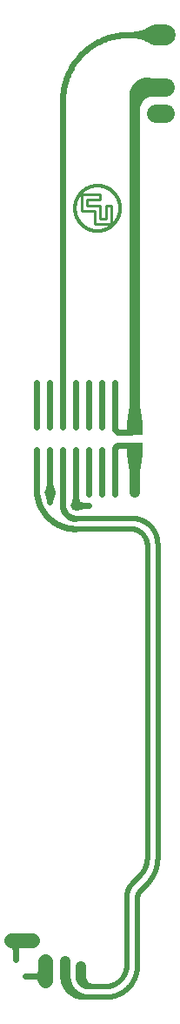
<source format=gbr>
G04 EAGLE Gerber RS-274X export*
G75*
%MOMM*%
%FSLAX34Y34*%
%LPD*%
%INTop Copper*%
%IPPOS*%
%AMOC8*
5,1,8,0,0,1.08239X$1,22.5*%
G01*
%ADD10C,0.304800*%
%ADD11R,1.500000X1.300000*%
%ADD12R,0.609600X2.286000*%
%ADD13C,0.500000*%
%ADD14C,1.000000*%
%ADD15C,0.609600*%
%ADD16C,1.800000*%
%ADD17C,2.000000*%
%ADD18C,1.000000*%
%ADD19C,1.800000*%
%ADD20C,2.000000*%
%ADD21C,1.400000*%
%ADD22C,0.203200*%
%ADD23C,0.254000*%


D10*
X79250Y781250D02*
X79257Y781790D01*
X79276Y782329D01*
X79310Y782868D01*
X79356Y783406D01*
X79415Y783943D01*
X79488Y784478D01*
X79574Y785011D01*
X79673Y785542D01*
X79785Y786070D01*
X79909Y786596D01*
X80047Y787118D01*
X80197Y787636D01*
X80360Y788151D01*
X80536Y788662D01*
X80724Y789168D01*
X80925Y789669D01*
X81137Y790165D01*
X81362Y790656D01*
X81599Y791141D01*
X81848Y791621D01*
X82108Y792094D01*
X82380Y792560D01*
X82663Y793020D01*
X82958Y793473D01*
X83263Y793918D01*
X83579Y794355D01*
X83906Y794785D01*
X84244Y795207D01*
X84591Y795620D01*
X84949Y796024D01*
X85317Y796420D01*
X85694Y796806D01*
X86080Y797183D01*
X86476Y797551D01*
X86880Y797909D01*
X87293Y798256D01*
X87715Y798594D01*
X88145Y798921D01*
X88582Y799237D01*
X89027Y799542D01*
X89480Y799837D01*
X89940Y800120D01*
X90406Y800392D01*
X90879Y800652D01*
X91359Y800901D01*
X91844Y801138D01*
X92335Y801363D01*
X92831Y801575D01*
X93332Y801776D01*
X93838Y801964D01*
X94349Y802140D01*
X94864Y802303D01*
X95382Y802453D01*
X95904Y802591D01*
X96430Y802715D01*
X96958Y802827D01*
X97489Y802926D01*
X98022Y803012D01*
X98557Y803085D01*
X99094Y803144D01*
X99632Y803190D01*
X100171Y803224D01*
X100710Y803243D01*
X101250Y803250D01*
X101790Y803243D01*
X102329Y803224D01*
X102868Y803190D01*
X103406Y803144D01*
X103943Y803085D01*
X104478Y803012D01*
X105011Y802926D01*
X105542Y802827D01*
X106070Y802715D01*
X106596Y802591D01*
X107118Y802453D01*
X107636Y802303D01*
X108151Y802140D01*
X108662Y801964D01*
X109168Y801776D01*
X109669Y801575D01*
X110165Y801363D01*
X110656Y801138D01*
X111141Y800901D01*
X111621Y800652D01*
X112094Y800392D01*
X112560Y800120D01*
X113020Y799837D01*
X113473Y799542D01*
X113918Y799237D01*
X114355Y798921D01*
X114785Y798594D01*
X115207Y798256D01*
X115620Y797909D01*
X116024Y797551D01*
X116420Y797183D01*
X116806Y796806D01*
X117183Y796420D01*
X117551Y796024D01*
X117909Y795620D01*
X118256Y795207D01*
X118594Y794785D01*
X118921Y794355D01*
X119237Y793918D01*
X119542Y793473D01*
X119837Y793020D01*
X120120Y792560D01*
X120392Y792094D01*
X120652Y791621D01*
X120901Y791141D01*
X121138Y790656D01*
X121363Y790165D01*
X121575Y789669D01*
X121776Y789168D01*
X121964Y788662D01*
X122140Y788151D01*
X122303Y787636D01*
X122453Y787118D01*
X122591Y786596D01*
X122715Y786070D01*
X122827Y785542D01*
X122926Y785011D01*
X123012Y784478D01*
X123085Y783943D01*
X123144Y783406D01*
X123190Y782868D01*
X123224Y782329D01*
X123243Y781790D01*
X123250Y781250D01*
X123243Y780710D01*
X123224Y780171D01*
X123190Y779632D01*
X123144Y779094D01*
X123085Y778557D01*
X123012Y778022D01*
X122926Y777489D01*
X122827Y776958D01*
X122715Y776430D01*
X122591Y775904D01*
X122453Y775382D01*
X122303Y774864D01*
X122140Y774349D01*
X121964Y773838D01*
X121776Y773332D01*
X121575Y772831D01*
X121363Y772335D01*
X121138Y771844D01*
X120901Y771359D01*
X120652Y770879D01*
X120392Y770406D01*
X120120Y769940D01*
X119837Y769480D01*
X119542Y769027D01*
X119237Y768582D01*
X118921Y768145D01*
X118594Y767715D01*
X118256Y767293D01*
X117909Y766880D01*
X117551Y766476D01*
X117183Y766080D01*
X116806Y765694D01*
X116420Y765317D01*
X116024Y764949D01*
X115620Y764591D01*
X115207Y764244D01*
X114785Y763906D01*
X114355Y763579D01*
X113918Y763263D01*
X113473Y762958D01*
X113020Y762663D01*
X112560Y762380D01*
X112094Y762108D01*
X111621Y761848D01*
X111141Y761599D01*
X110656Y761362D01*
X110165Y761137D01*
X109669Y760925D01*
X109168Y760724D01*
X108662Y760536D01*
X108151Y760360D01*
X107636Y760197D01*
X107118Y760047D01*
X106596Y759909D01*
X106070Y759785D01*
X105542Y759673D01*
X105011Y759574D01*
X104478Y759488D01*
X103943Y759415D01*
X103406Y759356D01*
X102868Y759310D01*
X102329Y759276D01*
X101790Y759257D01*
X101250Y759250D01*
X100710Y759257D01*
X100171Y759276D01*
X99632Y759310D01*
X99094Y759356D01*
X98557Y759415D01*
X98022Y759488D01*
X97489Y759574D01*
X96958Y759673D01*
X96430Y759785D01*
X95904Y759909D01*
X95382Y760047D01*
X94864Y760197D01*
X94349Y760360D01*
X93838Y760536D01*
X93332Y760724D01*
X92831Y760925D01*
X92335Y761137D01*
X91844Y761362D01*
X91359Y761599D01*
X90879Y761848D01*
X90406Y762108D01*
X89940Y762380D01*
X89480Y762663D01*
X89027Y762958D01*
X88582Y763263D01*
X88145Y763579D01*
X87715Y763906D01*
X87293Y764244D01*
X86880Y764591D01*
X86476Y764949D01*
X86080Y765317D01*
X85694Y765694D01*
X85317Y766080D01*
X84949Y766476D01*
X84591Y766880D01*
X84244Y767293D01*
X83906Y767715D01*
X83579Y768145D01*
X83263Y768582D01*
X82958Y769027D01*
X82663Y769480D01*
X82380Y769940D01*
X82108Y770406D01*
X81848Y770879D01*
X81599Y771359D01*
X81362Y771844D01*
X81137Y772335D01*
X80925Y772831D01*
X80724Y773332D01*
X80536Y773838D01*
X80360Y774349D01*
X80197Y774864D01*
X80047Y775382D01*
X79909Y775904D01*
X79785Y776430D01*
X79673Y776958D01*
X79574Y777489D01*
X79488Y778022D01*
X79415Y778557D01*
X79356Y779094D01*
X79310Y779632D01*
X79276Y780171D01*
X79257Y780710D01*
X79250Y781250D01*
D11*
X137500Y567000D03*
X137500Y548000D03*
D12*
X118100Y581630D03*
X105400Y581630D03*
X92700Y581630D03*
X80000Y581630D03*
X67300Y581630D03*
X54600Y581630D03*
X41900Y581630D03*
X41900Y533370D03*
X54600Y533370D03*
X67300Y533370D03*
X80000Y533370D03*
X92700Y533370D03*
X105400Y533370D03*
X118100Y533370D03*
D13*
X137500Y567000D02*
X137750Y567250D01*
D14*
X137500Y567000D02*
X137500Y885315D01*
X137504Y885651D01*
X137516Y885986D01*
X137536Y886321D01*
X137565Y886655D01*
X137601Y886989D01*
X137646Y887321D01*
X137698Y887653D01*
X137759Y887983D01*
X137827Y888311D01*
X137903Y888638D01*
X137988Y888963D01*
X138080Y889285D01*
X138180Y889606D01*
X138287Y889924D01*
X138402Y890239D01*
X138525Y890551D01*
X138655Y890860D01*
X138793Y891166D01*
X138938Y891469D01*
X139090Y891768D01*
X139250Y892063D01*
X139417Y892354D01*
X139590Y892641D01*
X139771Y892924D01*
X139958Y893203D01*
X140152Y893476D01*
X140352Y893745D01*
X140559Y894010D01*
X140772Y894269D01*
X140992Y894522D01*
X141217Y894771D01*
X141449Y895014D01*
X141686Y895251D01*
X141929Y895483D01*
X142178Y895708D01*
X142431Y895928D01*
X142690Y896141D01*
X142955Y896348D01*
X143224Y896548D01*
X143497Y896742D01*
X143776Y896929D01*
X144059Y897110D01*
X144346Y897283D01*
X144637Y897450D01*
X144932Y897610D01*
X145231Y897762D01*
X145534Y897907D01*
X145840Y898045D01*
X146149Y898175D01*
X146461Y898298D01*
X146776Y898413D01*
X147094Y898520D01*
X147415Y898620D01*
X147737Y898712D01*
X148062Y898797D01*
X148389Y898873D01*
X148717Y898941D01*
X149047Y899002D01*
X149379Y899054D01*
X149711Y899099D01*
X150045Y899135D01*
X150379Y899164D01*
X150714Y899184D01*
X151049Y899196D01*
X151385Y899200D01*
X167500Y899200D01*
D15*
X134125Y563625D02*
X122753Y563625D01*
X122618Y563627D01*
X122482Y563633D01*
X122347Y563643D01*
X122213Y563656D01*
X122079Y563674D01*
X121945Y563696D01*
X121812Y563721D01*
X121680Y563750D01*
X121549Y563784D01*
X121419Y563820D01*
X121289Y563861D01*
X121162Y563906D01*
X121035Y563954D01*
X120910Y564006D01*
X120787Y564061D01*
X120665Y564120D01*
X120545Y564182D01*
X120427Y564248D01*
X120310Y564318D01*
X120196Y564390D01*
X120084Y564466D01*
X119974Y564546D01*
X119867Y564628D01*
X119762Y564714D01*
X119660Y564802D01*
X119560Y564894D01*
X119463Y564988D01*
X119369Y565085D01*
X119277Y565185D01*
X119189Y565287D01*
X119103Y565392D01*
X119021Y565499D01*
X118941Y565609D01*
X118865Y565721D01*
X118793Y565835D01*
X118723Y565952D01*
X118657Y566070D01*
X118595Y566190D01*
X118536Y566312D01*
X118481Y566435D01*
X118429Y566560D01*
X118381Y566687D01*
X118336Y566814D01*
X118295Y566944D01*
X118259Y567074D01*
X118225Y567205D01*
X118196Y567337D01*
X118171Y567470D01*
X118149Y567604D01*
X118131Y567738D01*
X118118Y567872D01*
X118108Y568007D01*
X118102Y568143D01*
X118100Y568278D01*
X118100Y581630D01*
D13*
X134125Y563625D02*
X137500Y567000D01*
D16*
X167500Y899200D03*
D15*
X118100Y611630D02*
X118100Y581630D01*
X147500Y950000D02*
X167500Y950000D01*
X147500Y950000D02*
X143825Y950000D01*
X131200Y950000D01*
X129656Y949981D01*
X128113Y949925D01*
X126571Y949832D01*
X125033Y949702D01*
X123498Y949534D01*
X121967Y949329D01*
X120442Y949088D01*
X118923Y948810D01*
X117411Y948495D01*
X115908Y948143D01*
X114413Y947756D01*
X112928Y947332D01*
X111454Y946873D01*
X109991Y946378D01*
X108541Y945848D01*
X107104Y945283D01*
X105681Y944683D01*
X104272Y944049D01*
X102880Y943382D01*
X101504Y942681D01*
X100146Y941947D01*
X98805Y941180D01*
X97484Y940381D01*
X96182Y939550D01*
X94901Y938689D01*
X93641Y937796D01*
X92402Y936874D01*
X91187Y935921D01*
X89995Y934940D01*
X88826Y933930D01*
X87683Y932892D01*
X86565Y931827D01*
X85473Y930735D01*
X84408Y929617D01*
X83370Y928474D01*
X82360Y927305D01*
X81379Y926113D01*
X80426Y924898D01*
X79504Y923659D01*
X78611Y922399D01*
X77750Y921118D01*
X76919Y919816D01*
X76120Y918495D01*
X75353Y917154D01*
X74619Y915796D01*
X73918Y914420D01*
X73251Y913028D01*
X72617Y911619D01*
X72017Y910196D01*
X71452Y908759D01*
X70922Y907309D01*
X70427Y905846D01*
X69968Y904372D01*
X69544Y902887D01*
X69157Y901392D01*
X68805Y899889D01*
X68490Y898377D01*
X68212Y896858D01*
X67971Y895333D01*
X67766Y893802D01*
X67598Y892267D01*
X67468Y890729D01*
X67375Y889187D01*
X67319Y887644D01*
X67300Y886100D01*
X67300Y581630D01*
X167890Y949732D02*
X167500Y950000D01*
D17*
X167500Y950000D03*
D15*
X67300Y581630D02*
X67300Y568630D01*
X143825Y950000D02*
X161625Y956625D01*
X161625Y943375D02*
X143825Y950000D01*
X134125Y551375D02*
X122753Y551375D01*
X122618Y551373D01*
X122482Y551367D01*
X122347Y551357D01*
X122213Y551344D01*
X122079Y551326D01*
X121945Y551304D01*
X121812Y551279D01*
X121680Y551250D01*
X121549Y551216D01*
X121419Y551180D01*
X121289Y551139D01*
X121162Y551094D01*
X121035Y551046D01*
X120910Y550994D01*
X120787Y550939D01*
X120665Y550880D01*
X120545Y550818D01*
X120427Y550752D01*
X120310Y550682D01*
X120196Y550610D01*
X120084Y550534D01*
X119974Y550454D01*
X119867Y550372D01*
X119762Y550286D01*
X119660Y550198D01*
X119560Y550106D01*
X119463Y550012D01*
X119369Y549915D01*
X119277Y549815D01*
X119189Y549713D01*
X119103Y549608D01*
X119021Y549501D01*
X118941Y549391D01*
X118865Y549279D01*
X118793Y549165D01*
X118723Y549049D01*
X118657Y548930D01*
X118595Y548810D01*
X118536Y548688D01*
X118481Y548565D01*
X118429Y548440D01*
X118381Y548313D01*
X118336Y548186D01*
X118295Y548056D01*
X118259Y547926D01*
X118225Y547795D01*
X118196Y547663D01*
X118171Y547530D01*
X118149Y547396D01*
X118131Y547262D01*
X118118Y547128D01*
X118108Y546993D01*
X118102Y546857D01*
X118100Y546722D01*
X118100Y533370D01*
D13*
X134125Y551375D02*
X137500Y548000D01*
D14*
X137500Y513000D01*
D18*
X137500Y513000D03*
D16*
X167500Y873850D03*
D15*
X118100Y533370D02*
X118100Y503370D01*
D14*
X137500Y505400D02*
X137500Y513000D01*
D15*
X80000Y533370D02*
X80000Y492500D01*
D18*
X80000Y492500D03*
X50000Y50000D03*
D15*
X78115Y493008D02*
X80000Y500000D01*
X78115Y493008D02*
X80000Y492500D01*
X81885Y493008D02*
X80000Y500000D01*
X81885Y493008D02*
X80000Y492500D01*
X80000Y533370D02*
X80000Y546370D01*
X80000Y492500D02*
X92500Y492500D01*
X78115Y493008D02*
X80000Y500000D01*
X78115Y493008D02*
X80000Y492500D01*
X81885Y493008D02*
X80000Y500000D01*
X81885Y493008D02*
X80000Y492500D01*
X78115Y493008D02*
X80000Y500000D01*
X78115Y493008D02*
X80000Y492500D01*
X81885Y493008D02*
X80000Y500000D01*
X81885Y493008D02*
X80000Y492500D01*
X78115Y493008D02*
X80000Y500000D01*
X78115Y493008D02*
X80000Y492500D01*
X81885Y493008D02*
X80000Y500000D01*
X81885Y493008D02*
X80000Y492500D01*
X80508Y494385D02*
X87500Y492500D01*
X80508Y494385D02*
X80000Y492500D01*
X80508Y490615D02*
X87500Y492500D01*
X80508Y490615D02*
X80000Y492500D01*
X67300Y492700D02*
X67300Y533370D01*
X67300Y492700D02*
X67304Y492393D01*
X67315Y492086D01*
X67333Y491780D01*
X67359Y491474D01*
X67393Y491169D01*
X67433Y490865D01*
X67481Y490562D01*
X67537Y490260D01*
X67599Y489960D01*
X67669Y489661D01*
X67746Y489364D01*
X67830Y489068D01*
X67922Y488775D01*
X68020Y488485D01*
X68125Y488197D01*
X68238Y487911D01*
X68357Y487628D01*
X68483Y487348D01*
X68615Y487071D01*
X68755Y486798D01*
X68901Y486528D01*
X69053Y486262D01*
X69212Y485999D01*
X69377Y485740D01*
X69548Y485486D01*
X69725Y485235D01*
X69909Y484989D01*
X70098Y484747D01*
X70293Y484511D01*
X70494Y484278D01*
X70700Y484051D01*
X70912Y483829D01*
X71129Y483612D01*
X71351Y483400D01*
X71578Y483194D01*
X71811Y482993D01*
X72047Y482798D01*
X72289Y482609D01*
X72535Y482425D01*
X72786Y482248D01*
X73040Y482077D01*
X73299Y481912D01*
X73562Y481753D01*
X73828Y481601D01*
X74098Y481455D01*
X74371Y481315D01*
X74648Y481183D01*
X74928Y481057D01*
X75211Y480938D01*
X75497Y480825D01*
X75785Y480720D01*
X76075Y480622D01*
X76368Y480530D01*
X76664Y480446D01*
X76961Y480369D01*
X77260Y480299D01*
X77560Y480237D01*
X77862Y480181D01*
X78165Y480133D01*
X78469Y480093D01*
X78774Y480059D01*
X79080Y480033D01*
X79386Y480015D01*
X79693Y480004D01*
X80000Y480000D01*
D13*
X135000Y480000D01*
X135604Y479993D01*
X136208Y479971D01*
X136811Y479934D01*
X137413Y479883D01*
X138013Y479818D01*
X138612Y479738D01*
X139209Y479643D01*
X139803Y479534D01*
X140395Y479411D01*
X140983Y479274D01*
X141568Y479122D01*
X142149Y478956D01*
X142725Y478776D01*
X143298Y478583D01*
X143865Y478375D01*
X144427Y478154D01*
X144984Y477920D01*
X145535Y477672D01*
X146080Y477411D01*
X146618Y477136D01*
X147150Y476849D01*
X147674Y476549D01*
X148191Y476237D01*
X148700Y475912D01*
X149202Y475575D01*
X149695Y475225D01*
X150179Y474864D01*
X150655Y474492D01*
X151121Y474108D01*
X151578Y473713D01*
X152025Y473307D01*
X152463Y472890D01*
X152890Y472463D01*
X153307Y472025D01*
X153713Y471578D01*
X154108Y471121D01*
X154492Y470655D01*
X154864Y470179D01*
X155225Y469695D01*
X155575Y469202D01*
X155912Y468700D01*
X156237Y468191D01*
X156549Y467674D01*
X156849Y467150D01*
X157136Y466618D01*
X157411Y466080D01*
X157672Y465535D01*
X157920Y464984D01*
X158154Y464427D01*
X158375Y463865D01*
X158583Y463298D01*
X158776Y462725D01*
X158956Y462149D01*
X159122Y461568D01*
X159274Y460983D01*
X159411Y460395D01*
X159534Y459803D01*
X159643Y459209D01*
X159738Y458612D01*
X159818Y458013D01*
X159883Y457413D01*
X159934Y456811D01*
X159971Y456208D01*
X159993Y455604D01*
X160000Y455000D01*
X160000Y150000D01*
X159989Y149111D01*
X159956Y148223D01*
X159902Y147336D01*
X159826Y146451D01*
X159728Y145567D01*
X159608Y144686D01*
X159467Y143809D01*
X159304Y142935D01*
X159120Y142066D01*
X158915Y141201D01*
X158688Y140342D01*
X158441Y139488D01*
X158172Y138641D01*
X157883Y137800D01*
X157573Y136967D01*
X157243Y136142D01*
X156893Y135325D01*
X156523Y134517D01*
X156133Y133718D01*
X155724Y132929D01*
X155295Y132151D01*
X154848Y131383D01*
X154382Y130626D01*
X153897Y129881D01*
X153394Y129148D01*
X152874Y128428D01*
X152335Y127721D01*
X151780Y127027D01*
X151208Y126347D01*
X150619Y125681D01*
X150014Y125030D01*
X149393Y124394D01*
X149393Y124393D02*
X143536Y118536D01*
X143536Y118535D02*
X143329Y118323D01*
X143127Y118106D01*
X142931Y117884D01*
X142740Y117658D01*
X142555Y117426D01*
X142375Y117191D01*
X142202Y116951D01*
X142034Y116706D01*
X141873Y116458D01*
X141717Y116206D01*
X141568Y115950D01*
X141425Y115690D01*
X141289Y115427D01*
X141159Y115161D01*
X141036Y114892D01*
X140919Y114619D01*
X140809Y114344D01*
X140706Y114067D01*
X140609Y113786D01*
X140520Y113504D01*
X140437Y113219D01*
X140362Y112933D01*
X140293Y112645D01*
X140232Y112355D01*
X140178Y112064D01*
X140131Y111771D01*
X140091Y111478D01*
X140058Y111183D01*
X140033Y110888D01*
X140015Y110592D01*
X140004Y110296D01*
X140000Y110000D01*
X140000Y44747D01*
X139991Y44028D01*
X139965Y43310D01*
X139922Y42592D01*
X139861Y41876D01*
X139783Y41161D01*
X139688Y40449D01*
X139575Y39739D01*
X139446Y39032D01*
X139299Y38328D01*
X139136Y37628D01*
X138955Y36932D01*
X138758Y36241D01*
X138544Y35555D01*
X138314Y34874D01*
X138067Y34199D01*
X137804Y33530D01*
X137525Y32867D01*
X137230Y32212D01*
X136919Y31563D01*
X136593Y30923D01*
X136251Y30290D01*
X135894Y29666D01*
X135522Y29051D01*
X135135Y28445D01*
X134734Y27849D01*
X134319Y27262D01*
X133889Y26686D01*
X133446Y26120D01*
X132989Y25565D01*
X132519Y25021D01*
X132036Y24489D01*
X131540Y23968D01*
X131032Y23460D01*
X130511Y22964D01*
X129979Y22481D01*
X129435Y22011D01*
X128880Y21554D01*
X128314Y21111D01*
X127738Y20681D01*
X127151Y20266D01*
X126555Y19865D01*
X125949Y19478D01*
X125334Y19106D01*
X124710Y18749D01*
X124077Y18407D01*
X123437Y18081D01*
X122788Y17770D01*
X122133Y17475D01*
X121470Y17196D01*
X120801Y16933D01*
X120126Y16686D01*
X119445Y16456D01*
X118759Y16242D01*
X118068Y16045D01*
X117372Y15864D01*
X116672Y15701D01*
X115968Y15554D01*
X115261Y15425D01*
X114551Y15312D01*
X113839Y15217D01*
X113124Y15139D01*
X112408Y15078D01*
X111690Y15035D01*
X110972Y15009D01*
X110253Y15000D01*
X88109Y15000D01*
X87671Y15005D01*
X87234Y15021D01*
X86797Y15048D01*
X86361Y15085D01*
X85926Y15132D01*
X85492Y15190D01*
X85060Y15258D01*
X84630Y15337D01*
X84201Y15427D01*
X83775Y15526D01*
X83352Y15636D01*
X82931Y15756D01*
X82513Y15886D01*
X82098Y16027D01*
X81687Y16177D01*
X81280Y16337D01*
X80877Y16507D01*
X80478Y16686D01*
X80083Y16876D01*
X79693Y17074D01*
X79308Y17282D01*
X78928Y17500D01*
X78554Y17726D01*
X78185Y17961D01*
X77822Y18206D01*
X77465Y18459D01*
X77114Y18720D01*
X76769Y18990D01*
X76432Y19268D01*
X76101Y19554D01*
X75776Y19848D01*
X75460Y20150D01*
X75150Y20460D01*
X74848Y20776D01*
X74554Y21101D01*
X74268Y21432D01*
X73990Y21769D01*
X73720Y22114D01*
X73459Y22465D01*
X73206Y22822D01*
X72961Y23185D01*
X72726Y23554D01*
X72500Y23928D01*
X72282Y24308D01*
X72074Y24693D01*
X71876Y25083D01*
X71686Y25478D01*
X71507Y25877D01*
X71337Y26280D01*
X71177Y26687D01*
X71027Y27098D01*
X70886Y27513D01*
X70756Y27931D01*
X70636Y28352D01*
X70526Y28775D01*
X70427Y29201D01*
X70337Y29630D01*
X70258Y30060D01*
X70190Y30492D01*
X70132Y30926D01*
X70085Y31361D01*
X70048Y31797D01*
X70021Y32234D01*
X70005Y32671D01*
X70000Y33109D01*
X70000Y50000D01*
D18*
X70000Y50000D03*
D15*
X67300Y533370D02*
X67300Y546370D01*
D13*
X54600Y505400D02*
X55000Y505000D01*
D15*
X54600Y505400D02*
X54600Y533370D01*
D18*
X55000Y505000D03*
X36250Y70000D03*
D15*
X53091Y505407D02*
X54600Y512489D01*
X53091Y505407D02*
X55000Y505000D01*
X56855Y505608D02*
X54600Y512489D01*
X56855Y505608D02*
X55000Y505000D01*
X54600Y533370D02*
X54600Y546370D01*
X55000Y505000D02*
X55000Y496250D01*
X53091Y505407D02*
X54600Y512489D01*
X53091Y505407D02*
X55000Y505000D01*
X56855Y505608D02*
X54600Y512489D01*
X56855Y505608D02*
X55000Y505000D01*
X53091Y505407D02*
X54600Y512489D01*
X53091Y505407D02*
X55000Y505000D01*
X56855Y505608D02*
X54600Y512489D01*
X56855Y505608D02*
X55000Y505000D01*
X53091Y505407D02*
X54600Y512489D01*
X53091Y505407D02*
X55000Y505000D01*
X56855Y505608D02*
X54600Y512489D01*
X56855Y505608D02*
X55000Y505000D01*
X56885Y504492D02*
X55000Y497500D01*
X56885Y504492D02*
X55000Y505000D01*
X53115Y504492D02*
X55000Y497500D01*
X53115Y504492D02*
X55000Y505000D01*
D13*
X150000Y151250D02*
X149992Y150583D01*
X149967Y149917D01*
X149926Y149252D01*
X149869Y148588D01*
X149796Y147925D01*
X149706Y147265D01*
X149600Y146607D01*
X149478Y145951D01*
X149340Y145299D01*
X149186Y144651D01*
X149016Y144006D01*
X148831Y143366D01*
X148629Y142730D01*
X148412Y142100D01*
X148180Y141475D01*
X147933Y140856D01*
X147670Y140244D01*
X147392Y139638D01*
X147100Y139039D01*
X146793Y138447D01*
X146472Y137863D01*
X146136Y137287D01*
X145786Y136719D01*
X145423Y136161D01*
X145046Y135611D01*
X144655Y135071D01*
X144251Y134540D01*
X143835Y134020D01*
X143406Y133510D01*
X142964Y133010D01*
X142511Y132522D01*
X142045Y132045D01*
X135303Y125303D01*
X135303Y125304D02*
X135002Y124995D01*
X134709Y124680D01*
X134423Y124358D01*
X134144Y124029D01*
X133874Y123693D01*
X133612Y123351D01*
X133357Y123003D01*
X133112Y122649D01*
X132874Y122289D01*
X132646Y121924D01*
X132426Y121554D01*
X132215Y121178D01*
X132013Y120797D01*
X131820Y120412D01*
X131636Y120022D01*
X131462Y119628D01*
X131297Y119230D01*
X131142Y118828D01*
X130996Y118422D01*
X130860Y118013D01*
X130733Y117601D01*
X130617Y117186D01*
X130510Y116769D01*
X130414Y116349D01*
X130327Y115927D01*
X130251Y115503D01*
X130184Y115077D01*
X130128Y114650D01*
X130082Y114221D01*
X130046Y113792D01*
X130021Y113362D01*
X130005Y112931D01*
X130000Y112500D01*
X130000Y46339D01*
X129994Y45823D01*
X129975Y45308D01*
X129944Y44793D01*
X129900Y44279D01*
X129844Y43767D01*
X129776Y43256D01*
X129695Y42746D01*
X129602Y42239D01*
X129497Y41734D01*
X129380Y41232D01*
X129250Y40733D01*
X129109Y40237D01*
X128956Y39745D01*
X128790Y39256D01*
X128613Y38772D01*
X128425Y38292D01*
X128224Y37817D01*
X128013Y37347D01*
X127790Y36882D01*
X127556Y36422D01*
X127311Y35969D01*
X127055Y35521D01*
X126788Y35080D01*
X126510Y34645D01*
X126223Y34217D01*
X125925Y33796D01*
X125616Y33383D01*
X125298Y32977D01*
X124971Y32579D01*
X124633Y32189D01*
X124287Y31807D01*
X123931Y31433D01*
X123567Y31069D01*
X123193Y30713D01*
X122811Y30367D01*
X122421Y30029D01*
X122023Y29702D01*
X121617Y29384D01*
X121204Y29075D01*
X120783Y28777D01*
X120355Y28490D01*
X119920Y28212D01*
X119479Y27945D01*
X119031Y27689D01*
X118578Y27444D01*
X118118Y27210D01*
X117653Y26987D01*
X117183Y26776D01*
X116708Y26575D01*
X116228Y26387D01*
X115744Y26210D01*
X115255Y26044D01*
X114763Y25891D01*
X114267Y25750D01*
X113768Y25620D01*
X113266Y25503D01*
X112761Y25398D01*
X112254Y25305D01*
X111744Y25224D01*
X111233Y25156D01*
X110721Y25100D01*
X110207Y25056D01*
X109692Y25025D01*
X109177Y25006D01*
X108661Y25000D01*
X91830Y25000D01*
X91665Y25002D01*
X91500Y25008D01*
X91335Y25018D01*
X91171Y25032D01*
X91007Y25050D01*
X90843Y25072D01*
X90680Y25097D01*
X90518Y25127D01*
X90356Y25161D01*
X90195Y25198D01*
X90036Y25240D01*
X89877Y25285D01*
X89719Y25334D01*
X89563Y25387D01*
X89408Y25444D01*
X89254Y25504D01*
X89102Y25568D01*
X88952Y25636D01*
X88803Y25707D01*
X88656Y25782D01*
X88511Y25861D01*
X88367Y25943D01*
X88226Y26028D01*
X88087Y26117D01*
X87950Y26209D01*
X87815Y26304D01*
X87683Y26403D01*
X87553Y26505D01*
X87426Y26610D01*
X87301Y26718D01*
X87179Y26829D01*
X87059Y26942D01*
X86942Y27059D01*
X86829Y27179D01*
X86718Y27301D01*
X86610Y27426D01*
X86505Y27553D01*
X86403Y27683D01*
X86304Y27815D01*
X86209Y27950D01*
X86117Y28087D01*
X86028Y28226D01*
X85943Y28367D01*
X85861Y28511D01*
X85782Y28656D01*
X85707Y28803D01*
X85636Y28952D01*
X85568Y29102D01*
X85504Y29254D01*
X85444Y29408D01*
X85387Y29563D01*
X85334Y29719D01*
X85285Y29877D01*
X85240Y30036D01*
X85198Y30195D01*
X85161Y30356D01*
X85127Y30518D01*
X85097Y30680D01*
X85072Y30843D01*
X85050Y31007D01*
X85032Y31171D01*
X85018Y31335D01*
X85008Y31500D01*
X85002Y31665D01*
X85000Y31830D01*
X85000Y45000D01*
X150000Y151250D02*
X150000Y452929D01*
X149995Y453341D01*
X149980Y453754D01*
X149955Y454166D01*
X149920Y454577D01*
X149876Y454987D01*
X149821Y455396D01*
X149756Y455803D01*
X149682Y456209D01*
X149598Y456613D01*
X149504Y457014D01*
X149400Y457414D01*
X149287Y457810D01*
X149164Y458204D01*
X149032Y458595D01*
X148891Y458982D01*
X148740Y459366D01*
X148580Y459747D01*
X148410Y460123D01*
X148232Y460495D01*
X148045Y460862D01*
X147849Y461225D01*
X147644Y461583D01*
X147430Y461936D01*
X147208Y462284D01*
X146978Y462626D01*
X146740Y462963D01*
X146493Y463294D01*
X146239Y463619D01*
X145977Y463937D01*
X145707Y464249D01*
X145430Y464555D01*
X145145Y464853D01*
X144853Y465145D01*
X144555Y465430D01*
X144249Y465707D01*
X143937Y465977D01*
X143619Y466239D01*
X143294Y466493D01*
X142963Y466740D01*
X142626Y466978D01*
X142284Y467208D01*
X141936Y467430D01*
X141583Y467644D01*
X141225Y467849D01*
X140862Y468045D01*
X140495Y468232D01*
X140123Y468410D01*
X139747Y468580D01*
X139366Y468740D01*
X138982Y468891D01*
X138595Y469032D01*
X138204Y469164D01*
X137810Y469287D01*
X137414Y469400D01*
X137014Y469504D01*
X136613Y469598D01*
X136209Y469682D01*
X135803Y469756D01*
X135396Y469821D01*
X134987Y469876D01*
X134577Y469920D01*
X134166Y469955D01*
X133754Y469980D01*
X133341Y469995D01*
X132929Y470000D01*
X80000Y470000D01*
D15*
X79079Y470011D01*
X78159Y470044D01*
X77240Y470100D01*
X76323Y470178D01*
X75408Y470278D01*
X74495Y470400D01*
X73586Y470544D01*
X72680Y470710D01*
X71779Y470898D01*
X70882Y471107D01*
X69991Y471338D01*
X69105Y471591D01*
X68226Y471865D01*
X67354Y472160D01*
X66490Y472476D01*
X65633Y472813D01*
X64784Y473170D01*
X63945Y473548D01*
X63114Y473946D01*
X62294Y474364D01*
X61484Y474802D01*
X60685Y475259D01*
X59897Y475735D01*
X59121Y476230D01*
X58357Y476744D01*
X57605Y477276D01*
X56867Y477827D01*
X56142Y478394D01*
X55432Y478980D01*
X54735Y479582D01*
X54053Y480201D01*
X53387Y480836D01*
X52736Y481487D01*
X52101Y482153D01*
X51482Y482835D01*
X50880Y483532D01*
X50294Y484242D01*
X49727Y484967D01*
X49176Y485705D01*
X48644Y486457D01*
X48130Y487221D01*
X47635Y487997D01*
X47159Y488785D01*
X46702Y489584D01*
X46264Y490394D01*
X45846Y491214D01*
X45448Y492045D01*
X45070Y492884D01*
X44713Y493733D01*
X44376Y494590D01*
X44060Y495454D01*
X43765Y496326D01*
X43491Y497205D01*
X43238Y498091D01*
X43007Y498982D01*
X42798Y499879D01*
X42610Y500780D01*
X42444Y501686D01*
X42300Y502595D01*
X42178Y503508D01*
X42078Y504423D01*
X42000Y505340D01*
X41944Y506259D01*
X41911Y507179D01*
X41900Y508100D01*
X41900Y533370D01*
D18*
X85000Y45000D03*
D15*
X41900Y533370D02*
X41900Y546370D01*
D19*
X151500Y899200D02*
X167500Y899200D01*
D20*
X167500Y950000D02*
X157500Y950000D01*
D19*
X157500Y873850D02*
X167500Y873850D01*
X157500Y873850D01*
D15*
X105400Y533370D02*
X105400Y503370D01*
X105400Y533370D02*
X105400Y546370D01*
X92700Y533370D02*
X92700Y503370D01*
X92700Y533370D02*
X92700Y546370D01*
X105400Y581630D02*
X105400Y611630D01*
X105400Y581630D02*
X105400Y568630D01*
X92700Y581630D02*
X92700Y611630D01*
X92700Y581630D02*
X92700Y568630D01*
X80000Y581630D02*
X80000Y611630D01*
X80000Y581630D02*
X80000Y568630D01*
X54600Y581630D02*
X54600Y611630D01*
X54600Y581630D02*
X54600Y568630D01*
X41900Y581630D02*
X41900Y611630D01*
X41900Y581630D02*
X41900Y568630D01*
D21*
X21250Y70000D02*
X17500Y70000D01*
X21250Y70000D02*
X37500Y70000D01*
D15*
X21250Y70000D02*
X21250Y51250D01*
D21*
X50000Y50000D02*
X50000Y31250D01*
D14*
X70000Y35125D02*
X70000Y50000D01*
X85000Y45000D02*
X85000Y35000D01*
D10*
X135000Y520000D02*
X131526Y541600D01*
X143482Y573375D02*
X140008Y594975D01*
X135000Y594975D02*
X131526Y573375D01*
X143482Y541600D02*
X140008Y520000D01*
D15*
X50000Y35000D02*
X31250Y35000D01*
D10*
X147750Y895375D02*
X154000Y895375D01*
D13*
X87500Y35000D02*
X87503Y34758D01*
X87512Y34517D01*
X87526Y34276D01*
X87547Y34035D01*
X87573Y33795D01*
X87605Y33555D01*
X87643Y33316D01*
X87686Y33079D01*
X87736Y32842D01*
X87791Y32607D01*
X87851Y32373D01*
X87918Y32141D01*
X87989Y31910D01*
X88067Y31681D01*
X88150Y31454D01*
X88238Y31229D01*
X88332Y31006D01*
X88431Y30786D01*
X88536Y30568D01*
X88645Y30353D01*
X88760Y30140D01*
X88880Y29930D01*
X89005Y29724D01*
X89135Y29520D01*
X89270Y29319D01*
X89410Y29122D01*
X89554Y28928D01*
X89703Y28738D01*
X89857Y28552D01*
X90015Y28369D01*
X90177Y28190D01*
X90344Y28015D01*
X90515Y27844D01*
X90690Y27677D01*
X90869Y27515D01*
X91052Y27357D01*
X91238Y27203D01*
X91428Y27054D01*
X91622Y26910D01*
X91819Y26770D01*
X92020Y26635D01*
X92224Y26505D01*
X92430Y26380D01*
X92640Y26260D01*
X92853Y26145D01*
X93068Y26036D01*
X93286Y25931D01*
X93506Y25832D01*
X93729Y25738D01*
X93954Y25650D01*
X94181Y25567D01*
X94410Y25489D01*
X94641Y25418D01*
X94873Y25351D01*
X95107Y25291D01*
X95342Y25236D01*
X95579Y25186D01*
X95816Y25143D01*
X96055Y25105D01*
X96295Y25073D01*
X96535Y25047D01*
X96776Y25026D01*
X97017Y25012D01*
X97258Y25003D01*
X97500Y25000D01*
X92500Y25000D02*
X92258Y25003D01*
X92017Y25012D01*
X91776Y25026D01*
X91535Y25047D01*
X91295Y25073D01*
X91055Y25105D01*
X90816Y25143D01*
X90579Y25186D01*
X90342Y25236D01*
X90107Y25291D01*
X89873Y25351D01*
X89641Y25418D01*
X89410Y25489D01*
X89181Y25567D01*
X88954Y25650D01*
X88729Y25738D01*
X88506Y25832D01*
X88286Y25931D01*
X88068Y26036D01*
X87853Y26145D01*
X87640Y26260D01*
X87430Y26380D01*
X87224Y26505D01*
X87020Y26635D01*
X86819Y26770D01*
X86622Y26910D01*
X86428Y27054D01*
X86238Y27203D01*
X86052Y27357D01*
X85869Y27515D01*
X85690Y27677D01*
X85515Y27844D01*
X85344Y28015D01*
X85177Y28190D01*
X85015Y28369D01*
X84857Y28552D01*
X84703Y28738D01*
X84554Y28928D01*
X84410Y29122D01*
X84270Y29319D01*
X84135Y29520D01*
X84005Y29724D01*
X83880Y29930D01*
X83760Y30140D01*
X83645Y30353D01*
X83536Y30568D01*
X83431Y30786D01*
X83332Y31006D01*
X83238Y31229D01*
X83150Y31454D01*
X83067Y31681D01*
X82989Y31910D01*
X82918Y32141D01*
X82851Y32373D01*
X82791Y32607D01*
X82736Y32842D01*
X82686Y33079D01*
X82643Y33316D01*
X82605Y33555D01*
X82573Y33795D01*
X82547Y34035D01*
X82526Y34276D01*
X82512Y34517D01*
X82503Y34758D01*
X82500Y35000D01*
X72500Y35000D02*
X72506Y34517D01*
X72523Y34034D01*
X72553Y33551D01*
X72593Y33070D01*
X72646Y32589D01*
X72710Y32110D01*
X72785Y31633D01*
X72873Y31157D01*
X72971Y30684D01*
X73081Y30214D01*
X73202Y29746D01*
X73335Y29281D01*
X73479Y28820D01*
X73634Y28362D01*
X73800Y27908D01*
X73977Y27458D01*
X74164Y27013D01*
X74363Y26572D01*
X74571Y26136D01*
X74791Y25706D01*
X75021Y25280D01*
X75261Y24861D01*
X75511Y24447D01*
X75771Y24040D01*
X76040Y23639D01*
X76320Y23244D01*
X76608Y22857D01*
X76907Y22476D01*
X77214Y22103D01*
X77530Y21738D01*
X77855Y21380D01*
X78188Y21030D01*
X78530Y20688D01*
X78880Y20355D01*
X79238Y20030D01*
X79603Y19714D01*
X79976Y19407D01*
X80357Y19108D01*
X80744Y18820D01*
X81139Y18540D01*
X81540Y18271D01*
X81947Y18011D01*
X82361Y17761D01*
X82780Y17521D01*
X83206Y17291D01*
X83636Y17071D01*
X84072Y16863D01*
X84513Y16664D01*
X84958Y16477D01*
X85408Y16300D01*
X85862Y16134D01*
X86320Y15979D01*
X86781Y15835D01*
X87246Y15702D01*
X87714Y15581D01*
X88184Y15471D01*
X88657Y15373D01*
X89133Y15285D01*
X89610Y15210D01*
X90089Y15146D01*
X90570Y15093D01*
X91051Y15053D01*
X91534Y15023D01*
X92017Y15006D01*
X92500Y15000D01*
X87501Y15000D02*
X87011Y15005D01*
X86522Y15021D01*
X86034Y15050D01*
X85546Y15090D01*
X85059Y15142D01*
X84574Y15207D01*
X84091Y15283D01*
X83610Y15371D01*
X83131Y15471D01*
X82654Y15582D01*
X82181Y15706D01*
X81710Y15840D01*
X81243Y15987D01*
X80780Y16145D01*
X80321Y16314D01*
X79866Y16494D01*
X79415Y16685D01*
X78970Y16888D01*
X78530Y17101D01*
X78094Y17325D01*
X77665Y17559D01*
X77241Y17805D01*
X76824Y18060D01*
X76413Y18326D01*
X76009Y18601D01*
X75611Y18886D01*
X75221Y19182D01*
X74838Y19486D01*
X74462Y19800D01*
X74095Y20123D01*
X73735Y20455D01*
X73384Y20796D01*
X73041Y21145D01*
X72707Y21502D01*
X72382Y21868D01*
X72065Y22241D01*
X71758Y22622D01*
X71461Y23011D01*
X71173Y23406D01*
X70895Y23809D01*
X70627Y24218D01*
X70369Y24634D01*
X70121Y25056D01*
X69884Y25484D01*
X69657Y25918D01*
X69441Y26357D01*
X69236Y26801D01*
X69042Y27250D01*
X68859Y27704D01*
X68687Y28162D01*
X68526Y28624D01*
X68377Y29091D01*
X68239Y29560D01*
X68113Y30033D01*
X67998Y30509D01*
X67895Y30987D01*
X67804Y31468D01*
X67725Y31951D01*
X67658Y32435D01*
X67602Y32922D01*
X67559Y33409D01*
X67527Y33897D01*
X67508Y34386D01*
X67500Y34875D01*
D14*
X137500Y878200D02*
X137533Y878644D01*
X137577Y879088D01*
X137632Y879530D01*
X137697Y879971D01*
X137774Y880410D01*
X137861Y880847D01*
X137959Y881282D01*
X138068Y881714D01*
X138187Y882144D01*
X138316Y882570D01*
X138456Y882993D01*
X138607Y883413D01*
X138768Y883829D01*
X138938Y884240D01*
X139119Y884648D01*
X139310Y885051D01*
X139511Y885449D01*
X139721Y885841D01*
X139941Y886229D01*
X140170Y886611D01*
X140409Y886988D01*
X140657Y887358D01*
X140914Y887722D01*
X141180Y888080D01*
X141454Y888431D01*
X141737Y888776D01*
X142028Y889113D01*
X142328Y889443D01*
X142635Y889766D01*
X142951Y890081D01*
X143274Y890388D01*
X143604Y890687D01*
X143942Y890978D01*
X144286Y891260D01*
X144638Y891534D01*
X144996Y891800D01*
X145361Y892056D01*
X145731Y892303D01*
X146108Y892542D01*
X146491Y892771D01*
X146879Y892990D01*
X147272Y893200D01*
X147670Y893400D01*
X148073Y893590D01*
X148481Y893771D01*
X148893Y893941D01*
X149308Y894101D01*
X149728Y894251D01*
X150151Y894390D01*
X150578Y894520D01*
X151008Y894638D01*
X151440Y894746D01*
X151875Y894844D01*
X152312Y894930D01*
X152751Y895006D01*
X153192Y895071D01*
X153635Y895126D01*
X154078Y895169D01*
X154523Y895202D01*
X154968Y895223D01*
X155414Y895234D01*
X155859Y895233D01*
X156305Y895222D01*
X156750Y895200D01*
X151250Y903200D02*
X150933Y903211D01*
X150615Y903215D01*
X150298Y903211D01*
X149980Y903199D01*
X149663Y903180D01*
X149347Y903153D01*
X149031Y903118D01*
X148717Y903076D01*
X148403Y903026D01*
X148091Y902968D01*
X147780Y902903D01*
X147471Y902831D01*
X147164Y902751D01*
X146858Y902664D01*
X146555Y902569D01*
X146254Y902467D01*
X145956Y902358D01*
X145661Y902241D01*
X145368Y902118D01*
X145079Y901987D01*
X144793Y901850D01*
X144510Y901705D01*
X144231Y901554D01*
X143955Y901396D01*
X143683Y901232D01*
X143416Y901061D01*
X143153Y900883D01*
X142894Y900700D01*
X142639Y900510D01*
X142389Y900314D01*
X142144Y900112D01*
X141904Y899904D01*
X141669Y899690D01*
X141440Y899471D01*
X141215Y899246D01*
X140996Y899016D01*
X140783Y898781D01*
X140576Y898541D01*
X140374Y898295D01*
X140178Y898045D01*
X139989Y897791D01*
X139805Y897531D01*
X139628Y897268D01*
X139458Y897000D01*
X139294Y896728D01*
X139136Y896452D01*
X138986Y896173D01*
X138842Y895890D01*
X138705Y895603D01*
X138574Y895314D01*
X138451Y895021D01*
X138335Y894725D01*
X138227Y894427D01*
X138125Y894126D01*
X138031Y893823D01*
X137944Y893517D01*
X137864Y893210D01*
X137792Y892901D01*
X137728Y892590D01*
X137671Y892278D01*
X137621Y891964D01*
X137580Y891649D01*
X137545Y891333D01*
X137519Y891017D01*
X137500Y890700D01*
X137500Y890250D02*
X137500Y882750D01*
D22*
X16736Y64071D02*
X16834Y64069D01*
X16932Y64063D01*
X17030Y64054D01*
X17127Y64040D01*
X17224Y64023D01*
X17320Y64002D01*
X17415Y63977D01*
X17509Y63949D01*
X17601Y63916D01*
X17693Y63881D01*
X17783Y63841D01*
X17871Y63799D01*
X17958Y63752D01*
X18042Y63703D01*
X18125Y63650D01*
X18205Y63594D01*
X18284Y63534D01*
X18360Y63472D01*
X18433Y63407D01*
X18504Y63339D01*
X18572Y63268D01*
X18637Y63195D01*
X18699Y63119D01*
X18759Y63040D01*
X18815Y62960D01*
X18868Y62877D01*
X18917Y62793D01*
X18964Y62706D01*
X19006Y62618D01*
X19046Y62528D01*
X19081Y62436D01*
X19114Y62344D01*
X19142Y62250D01*
X19167Y62155D01*
X19188Y62059D01*
X19205Y61962D01*
X19219Y61865D01*
X19228Y61767D01*
X19234Y61669D01*
X19236Y61571D01*
X23250Y61500D02*
X23252Y61598D01*
X23258Y61696D01*
X23267Y61794D01*
X23281Y61891D01*
X23298Y61988D01*
X23319Y62084D01*
X23344Y62179D01*
X23372Y62273D01*
X23405Y62365D01*
X23440Y62457D01*
X23480Y62547D01*
X23522Y62635D01*
X23569Y62722D01*
X23618Y62806D01*
X23671Y62889D01*
X23727Y62969D01*
X23787Y63048D01*
X23849Y63124D01*
X23914Y63197D01*
X23982Y63268D01*
X24053Y63336D01*
X24126Y63401D01*
X24202Y63463D01*
X24281Y63523D01*
X24361Y63579D01*
X24444Y63632D01*
X24528Y63681D01*
X24615Y63728D01*
X24703Y63770D01*
X24793Y63810D01*
X24885Y63845D01*
X24977Y63878D01*
X25071Y63906D01*
X25166Y63931D01*
X25262Y63952D01*
X25359Y63969D01*
X25456Y63983D01*
X25554Y63992D01*
X25652Y63998D01*
X25750Y64000D01*
X44000Y39500D02*
X43998Y39402D01*
X43992Y39304D01*
X43983Y39206D01*
X43969Y39109D01*
X43952Y39012D01*
X43931Y38916D01*
X43906Y38821D01*
X43878Y38727D01*
X43845Y38635D01*
X43810Y38543D01*
X43770Y38453D01*
X43728Y38365D01*
X43681Y38278D01*
X43632Y38194D01*
X43579Y38111D01*
X43523Y38031D01*
X43463Y37952D01*
X43401Y37876D01*
X43336Y37803D01*
X43268Y37732D01*
X43197Y37664D01*
X43124Y37599D01*
X43048Y37537D01*
X42969Y37477D01*
X42889Y37421D01*
X42806Y37368D01*
X42722Y37319D01*
X42635Y37272D01*
X42547Y37230D01*
X42457Y37190D01*
X42365Y37155D01*
X42273Y37122D01*
X42179Y37094D01*
X42084Y37069D01*
X41988Y37048D01*
X41891Y37031D01*
X41794Y37017D01*
X41696Y37008D01*
X41598Y37002D01*
X41500Y37000D01*
X41578Y32980D02*
X41676Y32978D01*
X41774Y32972D01*
X41872Y32963D01*
X41969Y32949D01*
X42066Y32932D01*
X42162Y32911D01*
X42257Y32886D01*
X42351Y32858D01*
X42443Y32825D01*
X42535Y32790D01*
X42625Y32750D01*
X42713Y32708D01*
X42800Y32661D01*
X42884Y32612D01*
X42967Y32559D01*
X43047Y32503D01*
X43126Y32443D01*
X43202Y32381D01*
X43275Y32316D01*
X43346Y32248D01*
X43414Y32177D01*
X43479Y32104D01*
X43541Y32028D01*
X43601Y31949D01*
X43657Y31869D01*
X43710Y31786D01*
X43759Y31702D01*
X43806Y31615D01*
X43848Y31527D01*
X43888Y31437D01*
X43923Y31345D01*
X43956Y31253D01*
X43984Y31159D01*
X44009Y31064D01*
X44030Y30968D01*
X44047Y30871D01*
X44061Y30774D01*
X44070Y30676D01*
X44076Y30578D01*
X44078Y30480D01*
D15*
X135000Y949999D02*
X135902Y950048D01*
X136803Y950118D01*
X137701Y950209D01*
X138598Y950322D01*
X139491Y950456D01*
X140381Y950611D01*
X141267Y950788D01*
X142149Y950985D01*
X143025Y951203D01*
X143896Y951443D01*
X144762Y951702D01*
X145621Y951983D01*
X146472Y952284D01*
X147317Y952604D01*
X148153Y952945D01*
X148982Y953306D01*
X149801Y953686D01*
X150611Y954086D01*
X151412Y954505D01*
X152202Y954943D01*
X152982Y955399D01*
X153750Y955874D01*
X153750Y944225D02*
X152980Y944696D01*
X152200Y945148D01*
X151409Y945581D01*
X150608Y945995D01*
X149797Y946390D01*
X148977Y946766D01*
X148148Y947122D01*
X147311Y947459D01*
X146466Y947775D01*
X145614Y948071D01*
X144755Y948347D01*
X143890Y948602D01*
X143019Y948837D01*
X142143Y949050D01*
X141262Y949243D01*
X140376Y949415D01*
X139487Y949566D01*
X138594Y949695D01*
X137699Y949804D01*
X136801Y949891D01*
X135901Y949956D01*
X135000Y950000D01*
D23*
X103750Y795000D02*
X103750Y790000D01*
X91250Y790000D01*
X91250Y783750D01*
X103750Y783750D01*
X103750Y771250D01*
X110000Y771250D01*
X110000Y783750D01*
X115000Y783750D01*
X115000Y766250D01*
X98750Y766250D01*
X98750Y778750D01*
X86250Y778750D01*
X86250Y795000D01*
X103750Y795000D01*
X86250Y795000D02*
X85000Y795000D01*
X115000Y766250D02*
X116250Y766250D01*
M02*

</source>
